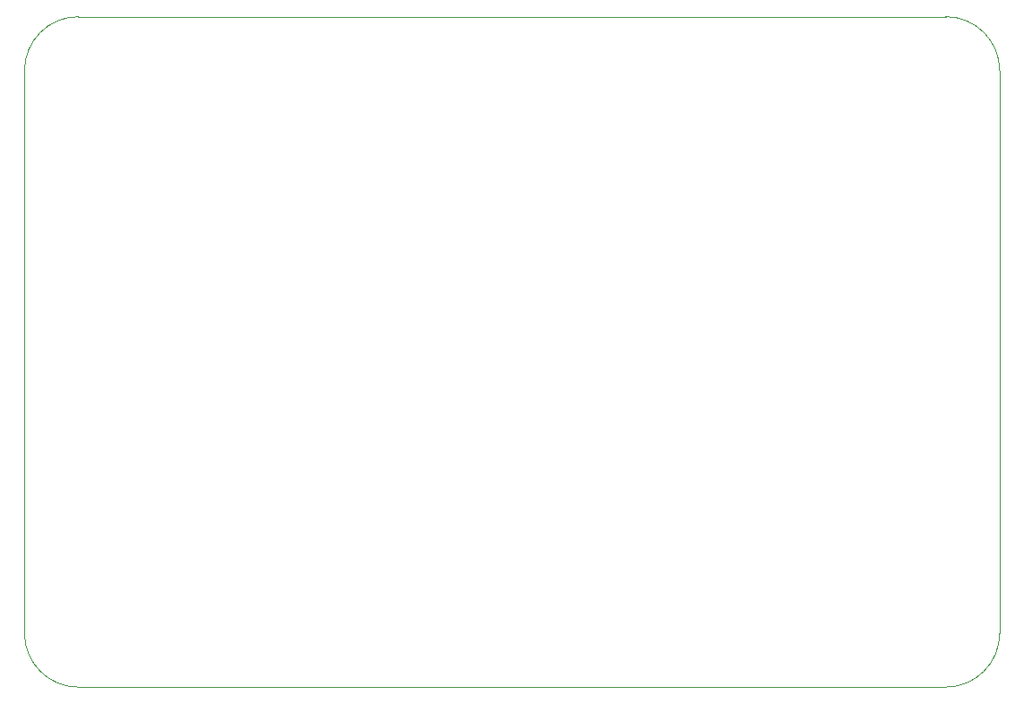
<source format=gbr>
G04*
G04 #@! TF.GenerationSoftware,Altium Limited,Altium Designer,24.2.2 (26)*
G04*
G04 Layer_Color=0*
%FSLAX44Y44*%
%MOMM*%
G71*
G04*
G04 #@! TF.SameCoordinates,8E206BF5-5000-4682-9AB4-4AEA4F1FC2D2*
G04*
G04*
G04 #@! TF.FilePolarity,Positive*
G04*
G01*
G75*
%ADD107C,0.0254*%
D107*
X304800Y254000D02*
G02*
X254000Y304800I0J50800D01*
G01*
Y836930D01*
D02*
G02*
X304800Y887730I50800J0D01*
G01*
X1123950D01*
D02*
G02*
X1174750Y836930I0J-50800D01*
G01*
X1174750Y304800D01*
D02*
G02*
X1123950Y254000I-50800J0D01*
G01*
X1122680D01*
X304800D01*
M02*

</source>
